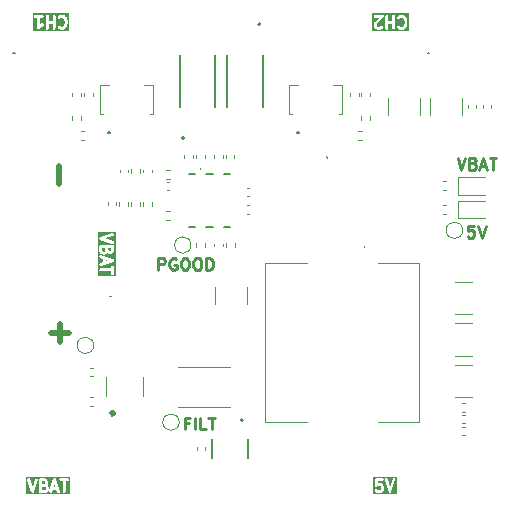
<source format=gbr>
%TF.GenerationSoftware,KiCad,Pcbnew,9.0.2*%
%TF.CreationDate,2025-07-12T02:52:05+01:00*%
%TF.ProjectId,PDB_AURA,5044425f-4155-4524-912e-6b696361645f,rev?*%
%TF.SameCoordinates,Original*%
%TF.FileFunction,Legend,Top*%
%TF.FilePolarity,Positive*%
%FSLAX46Y46*%
G04 Gerber Fmt 4.6, Leading zero omitted, Abs format (unit mm)*
G04 Created by KiCad (PCBNEW 9.0.2) date 2025-07-12 02:52:05*
%MOMM*%
%LPD*%
G01*
G04 APERTURE LIST*
%ADD10C,0.250000*%
%ADD11C,0.500000*%
%ADD12C,0.120000*%
%ADD13C,0.127000*%
%ADD14C,0.200000*%
%ADD15C,0.100000*%
%ADD16C,0.300000*%
G04 APERTURE END LIST*
D10*
X96378758Y-72614619D02*
X95902568Y-72614619D01*
X95902568Y-72614619D02*
X95854949Y-73090809D01*
X95854949Y-73090809D02*
X95902568Y-73043190D01*
X95902568Y-73043190D02*
X95997806Y-72995571D01*
X95997806Y-72995571D02*
X96235901Y-72995571D01*
X96235901Y-72995571D02*
X96331139Y-73043190D01*
X96331139Y-73043190D02*
X96378758Y-73090809D01*
X96378758Y-73090809D02*
X96426377Y-73186047D01*
X96426377Y-73186047D02*
X96426377Y-73424142D01*
X96426377Y-73424142D02*
X96378758Y-73519380D01*
X96378758Y-73519380D02*
X96331139Y-73567000D01*
X96331139Y-73567000D02*
X96235901Y-73614619D01*
X96235901Y-73614619D02*
X95997806Y-73614619D01*
X95997806Y-73614619D02*
X95902568Y-73567000D01*
X95902568Y-73567000D02*
X95854949Y-73519380D01*
X96712092Y-72614619D02*
X97045425Y-73614619D01*
X97045425Y-73614619D02*
X97378758Y-72614619D01*
X69652568Y-76364619D02*
X69652568Y-75364619D01*
X69652568Y-75364619D02*
X70033520Y-75364619D01*
X70033520Y-75364619D02*
X70128758Y-75412238D01*
X70128758Y-75412238D02*
X70176377Y-75459857D01*
X70176377Y-75459857D02*
X70223996Y-75555095D01*
X70223996Y-75555095D02*
X70223996Y-75697952D01*
X70223996Y-75697952D02*
X70176377Y-75793190D01*
X70176377Y-75793190D02*
X70128758Y-75840809D01*
X70128758Y-75840809D02*
X70033520Y-75888428D01*
X70033520Y-75888428D02*
X69652568Y-75888428D01*
X71176377Y-75412238D02*
X71081139Y-75364619D01*
X71081139Y-75364619D02*
X70938282Y-75364619D01*
X70938282Y-75364619D02*
X70795425Y-75412238D01*
X70795425Y-75412238D02*
X70700187Y-75507476D01*
X70700187Y-75507476D02*
X70652568Y-75602714D01*
X70652568Y-75602714D02*
X70604949Y-75793190D01*
X70604949Y-75793190D02*
X70604949Y-75936047D01*
X70604949Y-75936047D02*
X70652568Y-76126523D01*
X70652568Y-76126523D02*
X70700187Y-76221761D01*
X70700187Y-76221761D02*
X70795425Y-76317000D01*
X70795425Y-76317000D02*
X70938282Y-76364619D01*
X70938282Y-76364619D02*
X71033520Y-76364619D01*
X71033520Y-76364619D02*
X71176377Y-76317000D01*
X71176377Y-76317000D02*
X71223996Y-76269380D01*
X71223996Y-76269380D02*
X71223996Y-75936047D01*
X71223996Y-75936047D02*
X71033520Y-75936047D01*
X71843044Y-75364619D02*
X72033520Y-75364619D01*
X72033520Y-75364619D02*
X72128758Y-75412238D01*
X72128758Y-75412238D02*
X72223996Y-75507476D01*
X72223996Y-75507476D02*
X72271615Y-75697952D01*
X72271615Y-75697952D02*
X72271615Y-76031285D01*
X72271615Y-76031285D02*
X72223996Y-76221761D01*
X72223996Y-76221761D02*
X72128758Y-76317000D01*
X72128758Y-76317000D02*
X72033520Y-76364619D01*
X72033520Y-76364619D02*
X71843044Y-76364619D01*
X71843044Y-76364619D02*
X71747806Y-76317000D01*
X71747806Y-76317000D02*
X71652568Y-76221761D01*
X71652568Y-76221761D02*
X71604949Y-76031285D01*
X71604949Y-76031285D02*
X71604949Y-75697952D01*
X71604949Y-75697952D02*
X71652568Y-75507476D01*
X71652568Y-75507476D02*
X71747806Y-75412238D01*
X71747806Y-75412238D02*
X71843044Y-75364619D01*
X72890663Y-75364619D02*
X73081139Y-75364619D01*
X73081139Y-75364619D02*
X73176377Y-75412238D01*
X73176377Y-75412238D02*
X73271615Y-75507476D01*
X73271615Y-75507476D02*
X73319234Y-75697952D01*
X73319234Y-75697952D02*
X73319234Y-76031285D01*
X73319234Y-76031285D02*
X73271615Y-76221761D01*
X73271615Y-76221761D02*
X73176377Y-76317000D01*
X73176377Y-76317000D02*
X73081139Y-76364619D01*
X73081139Y-76364619D02*
X72890663Y-76364619D01*
X72890663Y-76364619D02*
X72795425Y-76317000D01*
X72795425Y-76317000D02*
X72700187Y-76221761D01*
X72700187Y-76221761D02*
X72652568Y-76031285D01*
X72652568Y-76031285D02*
X72652568Y-75697952D01*
X72652568Y-75697952D02*
X72700187Y-75507476D01*
X72700187Y-75507476D02*
X72795425Y-75412238D01*
X72795425Y-75412238D02*
X72890663Y-75364619D01*
X73747806Y-76364619D02*
X73747806Y-75364619D01*
X73747806Y-75364619D02*
X73985901Y-75364619D01*
X73985901Y-75364619D02*
X74128758Y-75412238D01*
X74128758Y-75412238D02*
X74223996Y-75507476D01*
X74223996Y-75507476D02*
X74271615Y-75602714D01*
X74271615Y-75602714D02*
X74319234Y-75793190D01*
X74319234Y-75793190D02*
X74319234Y-75936047D01*
X74319234Y-75936047D02*
X74271615Y-76126523D01*
X74271615Y-76126523D02*
X74223996Y-76221761D01*
X74223996Y-76221761D02*
X74128758Y-76317000D01*
X74128758Y-76317000D02*
X73985901Y-76364619D01*
X73985901Y-76364619D02*
X73747806Y-76364619D01*
D11*
X60555137Y-81717333D02*
X62078947Y-81717333D01*
X61317042Y-82479238D02*
X61317042Y-80955428D01*
D10*
G36*
X62145050Y-56135380D02*
G01*
X59028405Y-56135380D01*
X59028405Y-54860994D01*
X59153405Y-54860994D01*
X59153405Y-54909766D01*
X59172069Y-54954826D01*
X59206557Y-54989314D01*
X59251617Y-55007978D01*
X59276003Y-55010380D01*
X59436717Y-55010380D01*
X59436717Y-55885380D01*
X59436725Y-55885466D01*
X59436717Y-55885510D01*
X59436742Y-55885636D01*
X59439119Y-55909766D01*
X59443854Y-55921198D01*
X59446282Y-55933337D01*
X59453097Y-55943513D01*
X59457783Y-55954826D01*
X59466533Y-55963576D01*
X59473421Y-55973861D01*
X59483612Y-55980655D01*
X59492271Y-55989314D01*
X59503703Y-55994049D01*
X59514002Y-56000915D01*
X59526017Y-56003292D01*
X59537331Y-56007978D01*
X59549705Y-56007978D01*
X59561847Y-56010380D01*
X59573858Y-56007978D01*
X59586103Y-56007978D01*
X59597535Y-56003242D01*
X59609674Y-56000815D01*
X59619850Y-55993999D01*
X59631163Y-55989314D01*
X59639913Y-55980563D01*
X59650198Y-55973676D01*
X59665560Y-55954916D01*
X59665651Y-55954826D01*
X59665667Y-55954785D01*
X59665723Y-55954718D01*
X59754095Y-55822158D01*
X59826236Y-55750017D01*
X59903332Y-55711470D01*
X59924070Y-55698415D01*
X59956026Y-55661570D01*
X59971449Y-55615300D01*
X59967991Y-55566650D01*
X59946180Y-55523027D01*
X59909335Y-55491071D01*
X59863064Y-55475648D01*
X59814415Y-55479105D01*
X59791529Y-55487863D01*
X59696291Y-55535482D01*
X59686717Y-55541508D01*
X59686717Y-55010380D01*
X59847431Y-55010380D01*
X59871817Y-55007978D01*
X59916877Y-54989314D01*
X59951365Y-54954826D01*
X59970029Y-54909766D01*
X59970029Y-54885380D01*
X60151003Y-54885380D01*
X60151003Y-55885380D01*
X60153405Y-55909766D01*
X60172069Y-55954826D01*
X60206557Y-55989314D01*
X60251617Y-56007978D01*
X60300389Y-56007978D01*
X60345449Y-55989314D01*
X60379937Y-55954826D01*
X60398601Y-55909766D01*
X60401003Y-55885380D01*
X60401003Y-55534190D01*
X60722431Y-55534190D01*
X60722431Y-55885380D01*
X60724833Y-55909766D01*
X60743497Y-55954826D01*
X60777985Y-55989314D01*
X60823045Y-56007978D01*
X60871817Y-56007978D01*
X60916877Y-55989314D01*
X60951365Y-55954826D01*
X60970029Y-55909766D01*
X60972431Y-55885380D01*
X60972431Y-54956232D01*
X61153405Y-54956232D01*
X61153405Y-55005006D01*
X61172070Y-55050065D01*
X61206557Y-55084552D01*
X61251616Y-55103217D01*
X61300390Y-55103217D01*
X61345449Y-55084552D01*
X61364391Y-55069007D01*
X61391145Y-55042253D01*
X61486763Y-55010380D01*
X61541433Y-55010380D01*
X61637051Y-55042253D01*
X61697079Y-55102281D01*
X61729490Y-55167104D01*
X61770050Y-55329341D01*
X61770050Y-55441420D01*
X61729490Y-55603656D01*
X61697079Y-55668479D01*
X61637051Y-55728507D01*
X61541434Y-55760380D01*
X61486765Y-55760380D01*
X61391145Y-55728507D01*
X61364391Y-55701754D01*
X61345449Y-55686209D01*
X61300390Y-55667544D01*
X61251616Y-55667544D01*
X61206557Y-55686209D01*
X61172070Y-55720696D01*
X61153405Y-55765755D01*
X61153405Y-55814529D01*
X61172070Y-55859588D01*
X61187615Y-55878530D01*
X61235233Y-55926149D01*
X61254175Y-55941694D01*
X61258326Y-55943413D01*
X61261719Y-55946356D01*
X61284094Y-55956346D01*
X61426950Y-56003965D01*
X61439043Y-56006714D01*
X61442093Y-56007978D01*
X61446514Y-56008413D01*
X61450844Y-56009398D01*
X61454135Y-56009164D01*
X61466479Y-56010380D01*
X61561717Y-56010380D01*
X61574060Y-56009164D01*
X61577351Y-56009398D01*
X61581680Y-56008413D01*
X61586103Y-56007978D01*
X61589154Y-56006714D01*
X61601245Y-56003965D01*
X61744102Y-55956347D01*
X61766477Y-55946356D01*
X61769870Y-55943412D01*
X61774020Y-55941694D01*
X61792962Y-55926149D01*
X61888200Y-55830911D01*
X61896066Y-55821325D01*
X61898561Y-55819162D01*
X61900928Y-55815400D01*
X61903745Y-55811969D01*
X61905007Y-55808921D01*
X61911615Y-55798425D01*
X61959234Y-55703187D01*
X61959917Y-55701401D01*
X61960454Y-55700677D01*
X61964109Y-55690447D01*
X61967992Y-55680301D01*
X61968055Y-55679401D01*
X61968699Y-55677602D01*
X62016318Y-55487126D01*
X62016943Y-55482896D01*
X62017648Y-55481195D01*
X62018552Y-55472015D01*
X62019902Y-55462886D01*
X62019630Y-55461063D01*
X62020050Y-55456809D01*
X62020050Y-55313952D01*
X62019630Y-55309697D01*
X62019902Y-55307875D01*
X62018552Y-55298745D01*
X62017648Y-55289566D01*
X62016943Y-55287864D01*
X62016318Y-55283635D01*
X61968699Y-55093159D01*
X61968055Y-55091359D01*
X61967992Y-55090460D01*
X61964109Y-55080313D01*
X61960454Y-55070084D01*
X61959917Y-55069359D01*
X61959234Y-55067574D01*
X61911615Y-54972336D01*
X61905007Y-54961839D01*
X61903745Y-54958792D01*
X61900928Y-54955360D01*
X61898561Y-54951599D01*
X61896066Y-54949435D01*
X61888200Y-54939850D01*
X61792962Y-54844612D01*
X61774020Y-54829067D01*
X61769872Y-54827348D01*
X61766478Y-54824405D01*
X61744103Y-54814415D01*
X61601246Y-54766795D01*
X61589152Y-54764045D01*
X61586103Y-54762782D01*
X61581681Y-54762346D01*
X61577352Y-54761362D01*
X61574060Y-54761595D01*
X61561717Y-54760380D01*
X61466479Y-54760380D01*
X61454135Y-54761595D01*
X61450844Y-54761362D01*
X61446514Y-54762346D01*
X61442093Y-54762782D01*
X61439043Y-54764045D01*
X61426950Y-54766795D01*
X61284093Y-54814415D01*
X61261718Y-54824405D01*
X61258324Y-54827348D01*
X61254175Y-54829067D01*
X61235233Y-54844612D01*
X61187615Y-54892231D01*
X61172070Y-54911173D01*
X61153405Y-54956232D01*
X60972431Y-54956232D01*
X60972431Y-54885380D01*
X60970029Y-54860994D01*
X60951365Y-54815934D01*
X60916877Y-54781446D01*
X60871817Y-54762782D01*
X60823045Y-54762782D01*
X60777985Y-54781446D01*
X60743497Y-54815934D01*
X60724833Y-54860994D01*
X60722431Y-54885380D01*
X60722431Y-55284190D01*
X60401003Y-55284190D01*
X60401003Y-54885380D01*
X60398601Y-54860994D01*
X60379937Y-54815934D01*
X60345449Y-54781446D01*
X60300389Y-54762782D01*
X60251617Y-54762782D01*
X60206557Y-54781446D01*
X60172069Y-54815934D01*
X60153405Y-54860994D01*
X60151003Y-54885380D01*
X59970029Y-54885380D01*
X59970029Y-54860994D01*
X59951365Y-54815934D01*
X59916877Y-54781446D01*
X59871817Y-54762782D01*
X59847431Y-54760380D01*
X59276003Y-54760380D01*
X59251617Y-54762782D01*
X59206557Y-54781446D01*
X59172069Y-54815934D01*
X59153405Y-54860994D01*
X59028405Y-54860994D01*
X59028405Y-54635380D01*
X62145050Y-54635380D01*
X62145050Y-56135380D01*
G37*
G36*
X65405096Y-75547619D02*
G01*
X65211095Y-75612286D01*
X65211095Y-75482952D01*
X65405096Y-75547619D01*
G37*
G36*
X65199190Y-74670190D02*
G01*
X65167317Y-74765809D01*
X65154907Y-74778220D01*
X65104206Y-74803571D01*
X65020366Y-74803571D01*
X64969664Y-74778220D01*
X64950731Y-74759288D01*
X64925380Y-74708585D01*
X64925380Y-74482143D01*
X65199190Y-74482143D01*
X65199190Y-74670190D01*
G37*
G36*
X65675380Y-74660967D02*
G01*
X65650029Y-74711668D01*
X65631097Y-74730601D01*
X65580396Y-74755952D01*
X65544175Y-74755952D01*
X65493473Y-74730601D01*
X65474540Y-74711669D01*
X65449190Y-74660968D01*
X65449190Y-74482143D01*
X65675380Y-74482143D01*
X65675380Y-74660967D01*
G37*
G36*
X66050380Y-76890455D02*
G01*
X64550380Y-76890455D01*
X64550380Y-76332757D01*
X64677782Y-76332757D01*
X64677782Y-76381529D01*
X64696446Y-76426589D01*
X64730934Y-76461077D01*
X64775994Y-76479741D01*
X64800380Y-76482143D01*
X65675380Y-76482143D01*
X65675380Y-76642857D01*
X65677782Y-76667243D01*
X65696446Y-76712303D01*
X65730934Y-76746791D01*
X65775994Y-76765455D01*
X65824766Y-76765455D01*
X65869826Y-76746791D01*
X65904314Y-76712303D01*
X65922978Y-76667243D01*
X65925380Y-76642857D01*
X65925380Y-76071429D01*
X65922978Y-76047043D01*
X65904314Y-76001983D01*
X65869826Y-75967495D01*
X65824766Y-75948831D01*
X65775994Y-75948831D01*
X65730934Y-75967495D01*
X65696446Y-76001983D01*
X65677782Y-76047043D01*
X65675380Y-76071429D01*
X65675380Y-76232143D01*
X64800380Y-76232143D01*
X64775994Y-76234545D01*
X64730934Y-76253209D01*
X64696446Y-76287697D01*
X64677782Y-76332757D01*
X64550380Y-76332757D01*
X64550380Y-75198652D01*
X64676362Y-75198652D01*
X64679819Y-75247301D01*
X64701631Y-75290926D01*
X64738477Y-75322881D01*
X64760852Y-75332871D01*
X64961095Y-75399618D01*
X64961095Y-75695619D01*
X64760852Y-75762367D01*
X64738477Y-75772357D01*
X64701631Y-75804312D01*
X64679819Y-75847937D01*
X64676362Y-75896586D01*
X64691785Y-75942855D01*
X64723740Y-75979701D01*
X64767365Y-76001513D01*
X64816014Y-76004970D01*
X64839908Y-75999537D01*
X65839908Y-75666205D01*
X65862283Y-75656214D01*
X65869030Y-75650362D01*
X65877019Y-75646368D01*
X65887285Y-75634530D01*
X65899129Y-75624259D01*
X65903124Y-75616267D01*
X65908975Y-75609522D01*
X65913930Y-75594657D01*
X65920941Y-75580635D01*
X65921574Y-75571724D01*
X65924398Y-75563253D01*
X65923287Y-75547619D01*
X65924398Y-75531985D01*
X65921574Y-75523513D01*
X65920941Y-75514603D01*
X65913930Y-75500581D01*
X65908975Y-75485716D01*
X65903124Y-75478970D01*
X65899129Y-75470979D01*
X65887285Y-75460707D01*
X65877019Y-75448870D01*
X65869030Y-75444875D01*
X65862283Y-75439024D01*
X65839908Y-75429033D01*
X64839908Y-75095701D01*
X64816014Y-75090268D01*
X64767365Y-75093725D01*
X64723740Y-75115537D01*
X64691785Y-75152383D01*
X64676362Y-75198652D01*
X64550380Y-75198652D01*
X64550380Y-74357143D01*
X64675380Y-74357143D01*
X64675380Y-74738095D01*
X64677782Y-74762481D01*
X64679501Y-74766632D01*
X64679820Y-74771112D01*
X64688577Y-74793998D01*
X64736197Y-74889236D01*
X64742804Y-74899732D01*
X64744067Y-74902779D01*
X64746884Y-74906211D01*
X64749252Y-74909973D01*
X64751746Y-74912136D01*
X64759612Y-74921721D01*
X64807230Y-74969340D01*
X64816818Y-74977209D01*
X64818980Y-74979701D01*
X64822737Y-74982066D01*
X64826172Y-74984885D01*
X64829222Y-74986148D01*
X64839717Y-74992755D01*
X64934955Y-75040374D01*
X64957841Y-75049132D01*
X64962321Y-75049450D01*
X64966471Y-75051169D01*
X64990857Y-75053571D01*
X65133714Y-75053571D01*
X65158100Y-75051169D01*
X65162248Y-75049450D01*
X65166730Y-75049132D01*
X65189616Y-75040374D01*
X65284853Y-74992756D01*
X65295351Y-74986146D01*
X65298398Y-74984885D01*
X65301829Y-74982069D01*
X65305591Y-74979701D01*
X65307754Y-74977206D01*
X65317340Y-74969340D01*
X65349669Y-74937010D01*
X65349981Y-74937266D01*
X65353031Y-74938529D01*
X65363526Y-74945136D01*
X65458764Y-74992755D01*
X65481650Y-75001513D01*
X65486130Y-75001831D01*
X65490280Y-75003550D01*
X65514666Y-75005952D01*
X65609904Y-75005952D01*
X65634290Y-75003550D01*
X65638438Y-75001831D01*
X65642920Y-75001513D01*
X65665806Y-74992755D01*
X65761043Y-74945137D01*
X65771541Y-74938527D01*
X65774588Y-74937266D01*
X65778019Y-74934450D01*
X65781781Y-74932082D01*
X65783944Y-74929587D01*
X65793530Y-74921721D01*
X65841149Y-74874103D01*
X65849018Y-74864514D01*
X65851510Y-74862353D01*
X65853875Y-74858595D01*
X65856694Y-74855161D01*
X65857957Y-74852110D01*
X65864564Y-74841616D01*
X65912183Y-74746378D01*
X65920941Y-74723492D01*
X65921259Y-74719011D01*
X65922978Y-74714862D01*
X65925380Y-74690476D01*
X65925380Y-74357143D01*
X65922978Y-74332757D01*
X65904314Y-74287697D01*
X65869826Y-74253209D01*
X65824766Y-74234545D01*
X65800380Y-74232143D01*
X64800380Y-74232143D01*
X64775994Y-74234545D01*
X64730934Y-74253209D01*
X64696446Y-74287697D01*
X64677782Y-74332757D01*
X64675380Y-74357143D01*
X64550380Y-74357143D01*
X64550380Y-73674842D01*
X64676362Y-73674842D01*
X64677472Y-73690476D01*
X64676362Y-73706110D01*
X64679185Y-73714581D01*
X64679819Y-73723491D01*
X64686829Y-73737511D01*
X64691785Y-73752379D01*
X64697635Y-73759125D01*
X64701631Y-73767116D01*
X64713471Y-73777384D01*
X64723740Y-73789225D01*
X64731730Y-73793220D01*
X64738477Y-73799071D01*
X64760852Y-73809061D01*
X65760851Y-74142394D01*
X65784745Y-74147827D01*
X65833395Y-74144370D01*
X65877019Y-74122558D01*
X65908975Y-74085712D01*
X65924398Y-74039443D01*
X65920941Y-73990793D01*
X65899129Y-73947169D01*
X65862283Y-73915214D01*
X65839908Y-73905223D01*
X65195664Y-73690476D01*
X65839908Y-73475729D01*
X65862283Y-73465738D01*
X65899129Y-73433783D01*
X65920941Y-73390159D01*
X65924398Y-73341509D01*
X65908975Y-73295240D01*
X65877019Y-73258394D01*
X65833395Y-73236582D01*
X65784745Y-73233125D01*
X65760851Y-73238558D01*
X64760852Y-73571891D01*
X64738477Y-73581881D01*
X64731730Y-73587731D01*
X64723740Y-73591727D01*
X64713471Y-73603567D01*
X64701631Y-73613836D01*
X64697635Y-73621826D01*
X64691785Y-73628573D01*
X64686829Y-73643440D01*
X64679819Y-73657461D01*
X64679185Y-73666370D01*
X64676362Y-73674842D01*
X64550380Y-73674842D01*
X64550380Y-73108125D01*
X66050380Y-73108125D01*
X66050380Y-76890455D01*
G37*
X95009711Y-66864619D02*
X95343044Y-67864619D01*
X95343044Y-67864619D02*
X95676377Y-66864619D01*
X96343044Y-67340809D02*
X96485901Y-67388428D01*
X96485901Y-67388428D02*
X96533520Y-67436047D01*
X96533520Y-67436047D02*
X96581139Y-67531285D01*
X96581139Y-67531285D02*
X96581139Y-67674142D01*
X96581139Y-67674142D02*
X96533520Y-67769380D01*
X96533520Y-67769380D02*
X96485901Y-67817000D01*
X96485901Y-67817000D02*
X96390663Y-67864619D01*
X96390663Y-67864619D02*
X96009711Y-67864619D01*
X96009711Y-67864619D02*
X96009711Y-66864619D01*
X96009711Y-66864619D02*
X96343044Y-66864619D01*
X96343044Y-66864619D02*
X96438282Y-66912238D01*
X96438282Y-66912238D02*
X96485901Y-66959857D01*
X96485901Y-66959857D02*
X96533520Y-67055095D01*
X96533520Y-67055095D02*
X96533520Y-67150333D01*
X96533520Y-67150333D02*
X96485901Y-67245571D01*
X96485901Y-67245571D02*
X96438282Y-67293190D01*
X96438282Y-67293190D02*
X96343044Y-67340809D01*
X96343044Y-67340809D02*
X96009711Y-67340809D01*
X96962092Y-67578904D02*
X97438282Y-67578904D01*
X96866854Y-67864619D02*
X97200187Y-66864619D01*
X97200187Y-66864619D02*
X97533520Y-67864619D01*
X97723997Y-66864619D02*
X98295425Y-66864619D01*
X98009711Y-67864619D02*
X98009711Y-66864619D01*
G36*
X60113241Y-94747681D02*
G01*
X60125651Y-94760092D01*
X60151002Y-94810793D01*
X60151002Y-94894633D01*
X60125650Y-94945336D01*
X60106719Y-94964268D01*
X60056018Y-94989619D01*
X59829574Y-94989619D01*
X59829574Y-94715809D01*
X60017624Y-94715809D01*
X60113241Y-94747681D01*
G37*
G36*
X60059100Y-94264969D02*
G01*
X60078032Y-94283902D01*
X60103383Y-94334603D01*
X60103383Y-94370824D01*
X60078032Y-94421525D01*
X60059100Y-94440458D01*
X60008399Y-94465809D01*
X59829574Y-94465809D01*
X59829574Y-94239619D01*
X60008399Y-94239619D01*
X60059100Y-94264969D01*
G37*
G36*
X60959717Y-94703904D02*
G01*
X60830383Y-94703904D01*
X60895049Y-94509903D01*
X60959717Y-94703904D01*
G37*
G36*
X62237886Y-95364619D02*
G01*
X58455556Y-95364619D01*
X58455556Y-94130253D01*
X58580556Y-94130253D01*
X58585989Y-94154147D01*
X58919321Y-95154147D01*
X58929312Y-95176522D01*
X58935162Y-95183268D01*
X58939158Y-95191259D01*
X58950998Y-95201527D01*
X58961267Y-95213368D01*
X58969258Y-95217363D01*
X58976004Y-95223214D01*
X58990869Y-95228169D01*
X59004891Y-95235180D01*
X59013801Y-95235813D01*
X59022273Y-95238637D01*
X59037906Y-95237526D01*
X59053541Y-95238637D01*
X59062012Y-95235813D01*
X59070922Y-95235180D01*
X59084942Y-95228169D01*
X59099810Y-95223214D01*
X59106555Y-95217363D01*
X59114547Y-95213368D01*
X59124818Y-95201524D01*
X59136656Y-95191258D01*
X59140650Y-95183269D01*
X59146502Y-95176522D01*
X59156492Y-95154147D01*
X59489825Y-94154148D01*
X59495258Y-94130254D01*
X59494147Y-94114619D01*
X59579574Y-94114619D01*
X59579574Y-95114619D01*
X59581976Y-95139005D01*
X59600640Y-95184065D01*
X59635128Y-95218553D01*
X59680188Y-95237217D01*
X59704574Y-95239619D01*
X60085526Y-95239619D01*
X60109912Y-95237217D01*
X60114060Y-95235498D01*
X60118542Y-95235180D01*
X60141428Y-95226422D01*
X60236665Y-95178804D01*
X60247161Y-95172196D01*
X60250211Y-95170933D01*
X60253644Y-95168114D01*
X60257403Y-95165749D01*
X60259565Y-95163255D01*
X60269153Y-95155387D01*
X60316772Y-95107768D01*
X60323978Y-95098985D01*
X60437699Y-95098985D01*
X60441156Y-95147634D01*
X60462968Y-95191259D01*
X60499814Y-95223214D01*
X60546083Y-95238637D01*
X60594732Y-95235180D01*
X60638357Y-95213368D01*
X60670312Y-95176522D01*
X60680302Y-95154147D01*
X60747050Y-94953904D01*
X61043050Y-94953904D01*
X61109797Y-95154147D01*
X61119788Y-95176522D01*
X61151743Y-95213368D01*
X61195367Y-95235180D01*
X61244017Y-95238637D01*
X61290286Y-95223214D01*
X61327132Y-95191258D01*
X61348944Y-95147634D01*
X61352401Y-95098984D01*
X61346968Y-95075090D01*
X61018682Y-94090233D01*
X61296262Y-94090233D01*
X61296262Y-94139005D01*
X61314926Y-94184065D01*
X61349414Y-94218553D01*
X61394474Y-94237217D01*
X61418860Y-94239619D01*
X61579574Y-94239619D01*
X61579574Y-95114619D01*
X61581976Y-95139005D01*
X61600640Y-95184065D01*
X61635128Y-95218553D01*
X61680188Y-95237217D01*
X61728960Y-95237217D01*
X61774020Y-95218553D01*
X61808508Y-95184065D01*
X61827172Y-95139005D01*
X61829574Y-95114619D01*
X61829574Y-94239619D01*
X61990288Y-94239619D01*
X62014674Y-94237217D01*
X62059734Y-94218553D01*
X62094222Y-94184065D01*
X62112886Y-94139005D01*
X62112886Y-94090233D01*
X62094222Y-94045173D01*
X62059734Y-94010685D01*
X62014674Y-93992021D01*
X61990288Y-93989619D01*
X61418860Y-93989619D01*
X61394474Y-93992021D01*
X61349414Y-94010685D01*
X61314926Y-94045173D01*
X61296262Y-94090233D01*
X61018682Y-94090233D01*
X61013635Y-94075091D01*
X61003645Y-94052716D01*
X60997793Y-94045968D01*
X60993799Y-94037980D01*
X60981961Y-94027713D01*
X60971690Y-94015870D01*
X60963698Y-94011874D01*
X60956953Y-94006024D01*
X60942085Y-94001068D01*
X60928065Y-93994058D01*
X60919155Y-93993424D01*
X60910684Y-93990601D01*
X60895049Y-93991711D01*
X60879416Y-93990601D01*
X60870944Y-93993424D01*
X60862034Y-93994058D01*
X60848012Y-94001069D01*
X60833147Y-94006024D01*
X60826401Y-94011874D01*
X60818410Y-94015870D01*
X60808141Y-94027710D01*
X60796301Y-94037979D01*
X60792305Y-94045969D01*
X60786455Y-94052716D01*
X60776464Y-94075091D01*
X60443132Y-95075091D01*
X60437699Y-95098985D01*
X60323978Y-95098985D01*
X60324639Y-95098180D01*
X60327132Y-95096019D01*
X60329498Y-95092259D01*
X60332317Y-95088825D01*
X60333579Y-95085776D01*
X60340186Y-95075282D01*
X60387805Y-94980044D01*
X60396563Y-94957158D01*
X60396881Y-94952677D01*
X60398600Y-94948528D01*
X60401002Y-94924142D01*
X60401002Y-94781285D01*
X60398600Y-94756899D01*
X60396881Y-94752749D01*
X60396563Y-94748269D01*
X60387805Y-94725383D01*
X60340186Y-94630145D01*
X60333579Y-94619650D01*
X60332316Y-94616600D01*
X60329497Y-94613165D01*
X60327132Y-94609408D01*
X60324640Y-94607246D01*
X60316771Y-94597658D01*
X60284441Y-94565329D01*
X60284697Y-94565018D01*
X60285960Y-94561967D01*
X60292567Y-94551473D01*
X60340186Y-94456235D01*
X60348944Y-94433349D01*
X60349262Y-94428868D01*
X60350981Y-94424719D01*
X60353383Y-94400333D01*
X60353383Y-94305095D01*
X60350981Y-94280709D01*
X60349262Y-94276559D01*
X60348944Y-94272079D01*
X60340186Y-94249193D01*
X60292567Y-94153955D01*
X60285960Y-94143460D01*
X60284697Y-94140410D01*
X60281878Y-94136975D01*
X60279513Y-94133218D01*
X60277021Y-94131056D01*
X60269152Y-94121468D01*
X60221533Y-94073850D01*
X60211947Y-94065983D01*
X60209784Y-94063489D01*
X60206022Y-94061120D01*
X60202591Y-94058305D01*
X60199544Y-94057043D01*
X60189046Y-94050434D01*
X60093809Y-94002816D01*
X60070923Y-93994058D01*
X60066441Y-93993739D01*
X60062293Y-93992021D01*
X60037907Y-93989619D01*
X59704574Y-93989619D01*
X59680188Y-93992021D01*
X59635128Y-94010685D01*
X59600640Y-94045173D01*
X59581976Y-94090233D01*
X59579574Y-94114619D01*
X59494147Y-94114619D01*
X59491801Y-94081604D01*
X59469989Y-94037980D01*
X59433143Y-94006024D01*
X59386874Y-93990601D01*
X59338224Y-93994058D01*
X59294600Y-94015870D01*
X59262645Y-94052716D01*
X59252654Y-94075091D01*
X59037906Y-94719334D01*
X58823159Y-94075091D01*
X58813169Y-94052716D01*
X58781214Y-94015870D01*
X58737589Y-93994058D01*
X58688940Y-93990601D01*
X58642671Y-94006024D01*
X58605825Y-94037979D01*
X58584013Y-94081604D01*
X58580556Y-94130253D01*
X58455556Y-94130253D01*
X58455556Y-93864619D01*
X62237886Y-93864619D01*
X62237886Y-95364619D01*
G37*
G36*
X90895050Y-56135380D02*
G01*
X87776003Y-56135380D01*
X87776003Y-55599666D01*
X87901003Y-55599666D01*
X87901003Y-55694904D01*
X87903405Y-55719290D01*
X87905123Y-55723438D01*
X87905442Y-55727920D01*
X87914200Y-55750806D01*
X87961818Y-55846043D01*
X87968427Y-55856541D01*
X87969689Y-55859588D01*
X87972504Y-55863019D01*
X87974873Y-55866781D01*
X87977367Y-55868944D01*
X87985234Y-55878530D01*
X88032852Y-55926149D01*
X88042440Y-55934018D01*
X88044602Y-55936510D01*
X88048359Y-55938875D01*
X88051794Y-55941694D01*
X88054844Y-55942957D01*
X88065339Y-55949564D01*
X88160577Y-55997183D01*
X88183463Y-56005941D01*
X88187943Y-56006259D01*
X88192093Y-56007978D01*
X88216479Y-56010380D01*
X88454574Y-56010380D01*
X88478960Y-56007978D01*
X88483108Y-56006259D01*
X88487590Y-56005941D01*
X88510476Y-55997183D01*
X88605713Y-55949565D01*
X88616211Y-55942955D01*
X88619258Y-55941694D01*
X88622689Y-55938878D01*
X88626451Y-55936510D01*
X88628614Y-55934015D01*
X88638200Y-55926149D01*
X88685819Y-55878531D01*
X88701364Y-55859589D01*
X88720029Y-55814529D01*
X88720029Y-55765756D01*
X88701364Y-55720696D01*
X88666877Y-55686209D01*
X88621817Y-55667544D01*
X88573044Y-55667544D01*
X88527984Y-55686209D01*
X88509042Y-55701754D01*
X88475767Y-55735029D01*
X88425066Y-55760380D01*
X88245988Y-55760380D01*
X88195286Y-55735029D01*
X88176353Y-55716097D01*
X88151003Y-55665396D01*
X88151003Y-55619949D01*
X88182875Y-55524331D01*
X88733438Y-54973768D01*
X88748978Y-54954831D01*
X88748984Y-54954826D01*
X88764074Y-54918395D01*
X88767648Y-54909767D01*
X88767648Y-54885380D01*
X88901003Y-54885380D01*
X88901003Y-55885380D01*
X88903405Y-55909766D01*
X88922069Y-55954826D01*
X88956557Y-55989314D01*
X89001617Y-56007978D01*
X89050389Y-56007978D01*
X89095449Y-55989314D01*
X89129937Y-55954826D01*
X89148601Y-55909766D01*
X89151003Y-55885380D01*
X89151003Y-55534190D01*
X89472431Y-55534190D01*
X89472431Y-55885380D01*
X89474833Y-55909766D01*
X89493497Y-55954826D01*
X89527985Y-55989314D01*
X89573045Y-56007978D01*
X89621817Y-56007978D01*
X89666877Y-55989314D01*
X89701365Y-55954826D01*
X89720029Y-55909766D01*
X89722431Y-55885380D01*
X89722431Y-54956232D01*
X89903405Y-54956232D01*
X89903405Y-55005006D01*
X89922070Y-55050065D01*
X89956557Y-55084552D01*
X90001616Y-55103217D01*
X90050390Y-55103217D01*
X90095449Y-55084552D01*
X90114391Y-55069007D01*
X90141145Y-55042253D01*
X90236763Y-55010380D01*
X90291433Y-55010380D01*
X90387051Y-55042253D01*
X90447079Y-55102281D01*
X90479490Y-55167104D01*
X90520050Y-55329341D01*
X90520050Y-55441420D01*
X90479490Y-55603656D01*
X90447079Y-55668479D01*
X90387051Y-55728507D01*
X90291434Y-55760380D01*
X90236765Y-55760380D01*
X90141145Y-55728507D01*
X90114391Y-55701754D01*
X90095449Y-55686209D01*
X90050390Y-55667544D01*
X90001616Y-55667544D01*
X89956557Y-55686209D01*
X89922070Y-55720696D01*
X89903405Y-55765755D01*
X89903405Y-55814529D01*
X89922070Y-55859588D01*
X89937615Y-55878530D01*
X89985233Y-55926149D01*
X90004175Y-55941694D01*
X90008326Y-55943413D01*
X90011719Y-55946356D01*
X90034094Y-55956346D01*
X90176950Y-56003965D01*
X90189043Y-56006714D01*
X90192093Y-56007978D01*
X90196514Y-56008413D01*
X90200844Y-56009398D01*
X90204135Y-56009164D01*
X90216479Y-56010380D01*
X90311717Y-56010380D01*
X90324060Y-56009164D01*
X90327351Y-56009398D01*
X90331680Y-56008413D01*
X90336103Y-56007978D01*
X90339154Y-56006714D01*
X90351245Y-56003965D01*
X90494102Y-55956347D01*
X90516477Y-55946356D01*
X90519870Y-55943412D01*
X90524020Y-55941694D01*
X90542962Y-55926149D01*
X90638200Y-55830911D01*
X90646066Y-55821325D01*
X90648561Y-55819162D01*
X90650928Y-55815400D01*
X90653745Y-55811969D01*
X90655007Y-55808921D01*
X90661615Y-55798425D01*
X90709234Y-55703187D01*
X90709917Y-55701401D01*
X90710454Y-55700677D01*
X90714109Y-55690447D01*
X90717992Y-55680301D01*
X90718055Y-55679401D01*
X90718699Y-55677602D01*
X90766318Y-55487126D01*
X90766943Y-55482896D01*
X90767648Y-55481195D01*
X90768552Y-55472015D01*
X90769902Y-55462886D01*
X90769630Y-55461063D01*
X90770050Y-55456809D01*
X90770050Y-55313952D01*
X90769630Y-55309697D01*
X90769902Y-55307875D01*
X90768552Y-55298745D01*
X90767648Y-55289566D01*
X90766943Y-55287864D01*
X90766318Y-55283635D01*
X90718699Y-55093159D01*
X90718055Y-55091359D01*
X90717992Y-55090460D01*
X90714109Y-55080313D01*
X90710454Y-55070084D01*
X90709917Y-55069359D01*
X90709234Y-55067574D01*
X90661615Y-54972336D01*
X90655007Y-54961839D01*
X90653745Y-54958792D01*
X90650928Y-54955360D01*
X90648561Y-54951599D01*
X90646066Y-54949435D01*
X90638200Y-54939850D01*
X90542962Y-54844612D01*
X90524020Y-54829067D01*
X90519872Y-54827348D01*
X90516478Y-54824405D01*
X90494103Y-54814415D01*
X90351246Y-54766795D01*
X90339152Y-54764045D01*
X90336103Y-54762782D01*
X90331681Y-54762346D01*
X90327352Y-54761362D01*
X90324060Y-54761595D01*
X90311717Y-54760380D01*
X90216479Y-54760380D01*
X90204135Y-54761595D01*
X90200844Y-54761362D01*
X90196514Y-54762346D01*
X90192093Y-54762782D01*
X90189043Y-54764045D01*
X90176950Y-54766795D01*
X90034093Y-54814415D01*
X90011718Y-54824405D01*
X90008324Y-54827348D01*
X90004175Y-54829067D01*
X89985233Y-54844612D01*
X89937615Y-54892231D01*
X89922070Y-54911173D01*
X89903405Y-54956232D01*
X89722431Y-54956232D01*
X89722431Y-54885380D01*
X89720029Y-54860994D01*
X89701365Y-54815934D01*
X89666877Y-54781446D01*
X89621817Y-54762782D01*
X89573045Y-54762782D01*
X89527985Y-54781446D01*
X89493497Y-54815934D01*
X89474833Y-54860994D01*
X89472431Y-54885380D01*
X89472431Y-55284190D01*
X89151003Y-55284190D01*
X89151003Y-54885380D01*
X89148601Y-54860994D01*
X89129937Y-54815934D01*
X89095449Y-54781446D01*
X89050389Y-54762782D01*
X89001617Y-54762782D01*
X88956557Y-54781446D01*
X88922069Y-54815934D01*
X88903405Y-54860994D01*
X88901003Y-54885380D01*
X88767648Y-54885380D01*
X88767648Y-54860993D01*
X88759916Y-54842329D01*
X88748984Y-54815934D01*
X88714496Y-54781446D01*
X88682634Y-54768248D01*
X88669437Y-54762782D01*
X88669436Y-54762782D01*
X88645050Y-54760380D01*
X88026003Y-54760380D01*
X88001617Y-54762782D01*
X87956557Y-54781446D01*
X87922069Y-54815934D01*
X87903405Y-54860994D01*
X87903405Y-54909766D01*
X87922069Y-54954826D01*
X87956557Y-54989314D01*
X88001617Y-55007978D01*
X88026003Y-55010380D01*
X88343274Y-55010380D01*
X87985234Y-55368421D01*
X87969689Y-55387363D01*
X87967970Y-55391512D01*
X87965027Y-55394906D01*
X87955036Y-55417281D01*
X87907418Y-55560138D01*
X87904668Y-55572228D01*
X87903405Y-55575280D01*
X87902969Y-55579702D01*
X87901985Y-55584032D01*
X87902218Y-55587322D01*
X87901003Y-55599666D01*
X87776003Y-55599666D01*
X87776003Y-54635380D01*
X90895050Y-54635380D01*
X90895050Y-56135380D01*
G37*
G36*
X89877776Y-95364619D02*
G01*
X87855533Y-95364619D01*
X87855533Y-94602875D01*
X87980533Y-94602875D01*
X87982351Y-94608900D01*
X87982351Y-94615196D01*
X87989342Y-94632075D01*
X87994621Y-94649569D01*
X87998608Y-94654442D01*
X88001016Y-94660255D01*
X88013931Y-94673170D01*
X88025506Y-94687317D01*
X88031054Y-94690293D01*
X88035503Y-94694742D01*
X88052381Y-94701733D01*
X88068485Y-94710372D01*
X88074746Y-94710998D01*
X88080562Y-94713407D01*
X88098835Y-94713407D01*
X88117015Y-94715225D01*
X88123041Y-94713407D01*
X88129336Y-94713407D01*
X88146215Y-94706415D01*
X88163709Y-94701137D01*
X88168582Y-94697149D01*
X88174395Y-94694742D01*
X88193337Y-94679197D01*
X88226613Y-94645921D01*
X88277315Y-94620571D01*
X88456393Y-94620571D01*
X88507094Y-94645921D01*
X88526026Y-94664854D01*
X88551377Y-94715555D01*
X88551377Y-94894633D01*
X88526025Y-94945336D01*
X88507094Y-94964268D01*
X88456393Y-94989619D01*
X88277315Y-94989619D01*
X88226613Y-94964268D01*
X88193338Y-94930993D01*
X88174396Y-94915447D01*
X88129337Y-94896782D01*
X88080564Y-94896782D01*
X88035504Y-94915446D01*
X88001016Y-94949933D01*
X87982351Y-94994992D01*
X87982351Y-95043765D01*
X88001015Y-95088825D01*
X88016560Y-95107767D01*
X88064179Y-95155387D01*
X88073767Y-95163256D01*
X88075929Y-95165749D01*
X88079683Y-95168112D01*
X88083120Y-95170933D01*
X88086173Y-95172197D01*
X88096666Y-95178803D01*
X88191904Y-95226422D01*
X88214790Y-95235180D01*
X88219270Y-95235498D01*
X88223420Y-95237217D01*
X88247806Y-95239619D01*
X88485901Y-95239619D01*
X88510287Y-95237217D01*
X88514435Y-95235498D01*
X88518917Y-95235180D01*
X88541803Y-95226422D01*
X88637040Y-95178804D01*
X88647536Y-95172196D01*
X88650586Y-95170933D01*
X88654019Y-95168114D01*
X88657778Y-95165749D01*
X88659940Y-95163255D01*
X88669528Y-95155387D01*
X88717147Y-95107768D01*
X88725014Y-95098180D01*
X88727507Y-95096019D01*
X88729873Y-95092259D01*
X88732692Y-95088825D01*
X88733954Y-95085776D01*
X88740561Y-95075282D01*
X88788180Y-94980044D01*
X88796938Y-94957158D01*
X88797256Y-94952677D01*
X88798975Y-94948528D01*
X88801377Y-94924142D01*
X88801377Y-94686047D01*
X88798975Y-94661661D01*
X88797256Y-94657511D01*
X88796938Y-94653031D01*
X88788180Y-94630145D01*
X88740561Y-94534907D01*
X88733954Y-94524412D01*
X88732691Y-94521362D01*
X88729872Y-94517927D01*
X88727507Y-94514170D01*
X88725015Y-94512008D01*
X88717146Y-94502420D01*
X88669527Y-94454802D01*
X88659941Y-94446935D01*
X88657778Y-94444441D01*
X88654016Y-94442072D01*
X88650585Y-94439257D01*
X88647538Y-94437995D01*
X88637040Y-94431386D01*
X88541803Y-94383768D01*
X88518917Y-94375010D01*
X88514435Y-94374691D01*
X88510287Y-94372973D01*
X88485901Y-94370571D01*
X88252597Y-94370571D01*
X88265692Y-94239619D01*
X88628758Y-94239619D01*
X88653144Y-94237217D01*
X88698204Y-94218553D01*
X88732692Y-94184065D01*
X88751356Y-94139005D01*
X88751356Y-94130253D01*
X88838074Y-94130253D01*
X88843507Y-94154147D01*
X89176839Y-95154147D01*
X89186830Y-95176522D01*
X89192680Y-95183268D01*
X89196676Y-95191259D01*
X89208516Y-95201527D01*
X89218785Y-95213368D01*
X89226776Y-95217363D01*
X89233522Y-95223214D01*
X89248387Y-95228169D01*
X89262409Y-95235180D01*
X89271319Y-95235813D01*
X89279791Y-95238637D01*
X89295424Y-95237526D01*
X89311059Y-95238637D01*
X89319530Y-95235813D01*
X89328440Y-95235180D01*
X89342460Y-95228169D01*
X89357328Y-95223214D01*
X89364073Y-95217363D01*
X89372065Y-95213368D01*
X89382336Y-95201524D01*
X89394174Y-95191258D01*
X89398168Y-95183269D01*
X89404020Y-95176522D01*
X89414010Y-95154147D01*
X89747343Y-94154148D01*
X89752776Y-94130254D01*
X89749319Y-94081604D01*
X89727507Y-94037980D01*
X89690661Y-94006024D01*
X89644392Y-93990601D01*
X89595742Y-93994058D01*
X89552118Y-94015870D01*
X89520163Y-94052716D01*
X89510172Y-94075091D01*
X89295424Y-94719334D01*
X89080677Y-94075091D01*
X89070687Y-94052716D01*
X89038732Y-94015870D01*
X88995107Y-93994058D01*
X88946458Y-93990601D01*
X88900189Y-94006024D01*
X88863343Y-94037979D01*
X88841531Y-94081604D01*
X88838074Y-94130253D01*
X88751356Y-94130253D01*
X88751356Y-94090233D01*
X88732692Y-94045173D01*
X88698204Y-94010685D01*
X88653144Y-93992021D01*
X88628758Y-93989619D01*
X88152568Y-93989619D01*
X88143547Y-93990507D01*
X88140502Y-93990203D01*
X88137527Y-93991100D01*
X88128182Y-93992021D01*
X88111300Y-93999013D01*
X88093808Y-94004291D01*
X88088936Y-94008276D01*
X88083122Y-94010685D01*
X88070201Y-94023605D01*
X88056060Y-94035176D01*
X88053084Y-94040722D01*
X88048634Y-94045173D01*
X88041641Y-94062055D01*
X88033005Y-94078155D01*
X88031158Y-94087362D01*
X88029970Y-94090233D01*
X88029970Y-94093292D01*
X88028188Y-94102181D01*
X87980569Y-94578371D01*
X87980533Y-94602875D01*
X87855533Y-94602875D01*
X87855533Y-93864619D01*
X89877776Y-93864619D01*
X89877776Y-95364619D01*
G37*
D11*
X61282666Y-67555137D02*
X61282666Y-69078947D01*
D10*
X72235901Y-89340809D02*
X71902568Y-89340809D01*
X71902568Y-89864619D02*
X71902568Y-88864619D01*
X71902568Y-88864619D02*
X72378758Y-88864619D01*
X72759711Y-89864619D02*
X72759711Y-88864619D01*
X73712091Y-89864619D02*
X73235901Y-89864619D01*
X73235901Y-89864619D02*
X73235901Y-88864619D01*
X73902568Y-88864619D02*
X74473996Y-88864619D01*
X74188282Y-89864619D02*
X74188282Y-88864619D01*
D12*
%TO.C,R202*%
X71870000Y-66596359D02*
X71870000Y-66903641D01*
X72630000Y-66596359D02*
X72630000Y-66903641D01*
%TO.C,C216*%
X94788748Y-77390000D02*
X96211252Y-77390000D01*
X94788748Y-80110000D02*
X96211252Y-80110000D01*
D13*
%TO.C,U301*%
X75500000Y-58167500D02*
X75500000Y-62567500D01*
X78500000Y-58167500D02*
X78500000Y-62567500D01*
D14*
X78325000Y-55552500D02*
G75*
G02*
X78125000Y-55552500I-100000J0D01*
G01*
X78125000Y-55552500D02*
G75*
G02*
X78325000Y-55552500I100000J0D01*
G01*
D12*
%TO.C,R210*%
X75370000Y-74403641D02*
X75370000Y-74096359D01*
X76130000Y-74403641D02*
X76130000Y-74096359D01*
%TO.C,R201*%
X72870000Y-66903641D02*
X72870000Y-66596359D01*
X73630000Y-66903641D02*
X73630000Y-66596359D01*
%TO.C,R206*%
X68370000Y-70596359D02*
X68370000Y-70903641D01*
X69130000Y-70596359D02*
X69130000Y-70903641D01*
%TO.C,R200*%
X74370000Y-66903641D02*
X74370000Y-66596359D01*
X75130000Y-66903641D02*
X75130000Y-66596359D01*
%TO.C,R203*%
X70653641Y-71370000D02*
X70346359Y-71370000D01*
X70653641Y-72130000D02*
X70346359Y-72130000D01*
%TO.C,TP202*%
X72450000Y-74250000D02*
G75*
G02*
X71050000Y-74250000I-700000J0D01*
G01*
X71050000Y-74250000D02*
G75*
G02*
X72450000Y-74250000I700000J0D01*
G01*
%TO.C,C200*%
X89140000Y-63211252D02*
X89140000Y-61788748D01*
X91860000Y-63211252D02*
X91860000Y-61788748D01*
%TO.C,C207*%
X77142164Y-69390000D02*
X77357836Y-69390000D01*
X77142164Y-70110000D02*
X77357836Y-70110000D01*
%TO.C,C205*%
X94788748Y-84390000D02*
X96211252Y-84390000D01*
X94788748Y-87110000D02*
X96211252Y-87110000D01*
D15*
%TO.C,Q200*%
X87095000Y-74341000D02*
X87095000Y-74341000D01*
X87095000Y-74441000D02*
X87095000Y-74441000D01*
X87095000Y-74341000D02*
G75*
G02*
X87095000Y-74441000I0J-50000D01*
G01*
X87095000Y-74441000D02*
G75*
G02*
X87095000Y-74341000I0J50000D01*
G01*
D12*
%TO.C,R209*%
X72870000Y-74096359D02*
X72870000Y-74403641D01*
X73630000Y-74096359D02*
X73630000Y-74403641D01*
%TO.C,C104*%
X64107836Y-84640000D02*
X63892164Y-84640000D01*
X64107836Y-85360000D02*
X63892164Y-85360000D01*
%TO.C,C210*%
X74390000Y-74142164D02*
X74390000Y-74357836D01*
X75110000Y-74142164D02*
X75110000Y-74357836D01*
%TO.C,D200*%
X95015000Y-70515000D02*
X95015000Y-71985000D01*
X95015000Y-71985000D02*
X97300000Y-71985000D01*
X97300000Y-70515000D02*
X95015000Y-70515000D01*
%TO.C,C218*%
X97140000Y-62607836D02*
X97140000Y-62392164D01*
X97860000Y-62607836D02*
X97860000Y-62392164D01*
%TO.C,C212*%
X66390000Y-67892164D02*
X66390000Y-68107836D01*
X67110000Y-67892164D02*
X67110000Y-68107836D01*
%TO.C,TP101*%
X71450000Y-89250000D02*
G75*
G02*
X70050000Y-89250000I-700000J0D01*
G01*
X70050000Y-89250000D02*
G75*
G02*
X71450000Y-89250000I700000J0D01*
G01*
%TO.C,C211*%
X70607836Y-68890000D02*
X70392164Y-68890000D01*
X70607836Y-69610000D02*
X70392164Y-69610000D01*
%TO.C,R211*%
X93766359Y-70870000D02*
X94073641Y-70870000D01*
X93766359Y-71630000D02*
X94073641Y-71630000D01*
D15*
%TO.C,Q300*%
X64750000Y-60675000D02*
X65500000Y-60675000D01*
X64750000Y-63125000D02*
X64750000Y-60675000D01*
X65000000Y-63125000D02*
X64750000Y-63125000D01*
D14*
X65400000Y-64725000D02*
X65400000Y-64725000D01*
X65600000Y-64725000D02*
X65600000Y-64725000D01*
D15*
X68500000Y-60675000D02*
X69250000Y-60675000D01*
X69250000Y-60675000D02*
X69250000Y-63125000D01*
X69250000Y-63125000D02*
X69000000Y-63125000D01*
D14*
X65400000Y-64725000D02*
G75*
G02*
X65600000Y-64725000I100000J0D01*
G01*
X65600000Y-64725000D02*
G75*
G02*
X65400000Y-64725000I-100000J0D01*
G01*
D12*
%TO.C,R207*%
X66370000Y-70596359D02*
X66370000Y-70903641D01*
X67130000Y-70596359D02*
X67130000Y-70903641D01*
%TO.C,R208*%
X70346359Y-67870000D02*
X70653641Y-67870000D01*
X70346359Y-68630000D02*
X70653641Y-68630000D01*
D14*
%TO.C,U200*%
X72250000Y-68250000D02*
X72800000Y-68250000D01*
X72250000Y-72750000D02*
X72800000Y-72750000D01*
X73700000Y-68250000D02*
X74300000Y-68250000D01*
X73700000Y-72750000D02*
X74300000Y-72750000D01*
X75750000Y-68250000D02*
X75200000Y-68250000D01*
X75750000Y-72750000D02*
X75200000Y-72750000D01*
X73270590Y-67808000D02*
G75*
G02*
X73227410Y-67808000I-21590J0D01*
G01*
X73227410Y-67808000D02*
G75*
G02*
X73270590Y-67808000I21590J0D01*
G01*
D12*
%TO.C,C202*%
X95392164Y-87640000D02*
X95607836Y-87640000D01*
X95392164Y-88360000D02*
X95607836Y-88360000D01*
%TO.C,C209*%
X77142164Y-70890000D02*
X77357836Y-70890000D01*
X77142164Y-71610000D02*
X77357836Y-71610000D01*
D15*
%TO.C,Q201*%
X83924000Y-66761000D02*
X83924000Y-66761000D01*
X83924000Y-66861000D02*
X83924000Y-66861000D01*
X83924000Y-66761000D02*
G75*
G02*
X83924000Y-66861000I0J-50000D01*
G01*
X83924000Y-66861000D02*
G75*
G02*
X83924000Y-66761000I0J50000D01*
G01*
D12*
%TO.C,R205*%
X67370000Y-70903641D02*
X67370000Y-70596359D01*
X68130000Y-70903641D02*
X68130000Y-70596359D01*
%TO.C,TP100*%
X64200000Y-82750000D02*
G75*
G02*
X62800000Y-82750000I-700000J0D01*
G01*
X62800000Y-82750000D02*
G75*
G02*
X64200000Y-82750000I700000J0D01*
G01*
%TO.C,C203*%
X95392164Y-88640000D02*
X95607836Y-88640000D01*
X95392164Y-89360000D02*
X95607836Y-89360000D01*
%TO.C,C101*%
X63912164Y-87140000D02*
X64127836Y-87140000D01*
X63912164Y-87860000D02*
X64127836Y-87860000D01*
%TO.C,R101*%
X93766359Y-68870000D02*
X94073641Y-68870000D01*
X93766359Y-69630000D02*
X94073641Y-69630000D01*
D13*
%TO.C,U302*%
X74215000Y-90700000D02*
X74215000Y-92300000D01*
X77285000Y-90700000D02*
X77285000Y-92300000D01*
D14*
X76825000Y-89085000D02*
G75*
G02*
X76625000Y-89085000I-100000J0D01*
G01*
X76625000Y-89085000D02*
G75*
G02*
X76825000Y-89085000I100000J0D01*
G01*
D12*
%TO.C,R204*%
X67370000Y-67846359D02*
X67370000Y-68153641D01*
X68130000Y-67846359D02*
X68130000Y-68153641D01*
%TO.C,C204*%
X94788748Y-80890000D02*
X96211252Y-80890000D01*
X94788748Y-83610000D02*
X96211252Y-83610000D01*
D15*
%TO.C,Q100*%
X65559000Y-78595000D02*
X65559000Y-78595000D01*
X65659000Y-78595000D02*
X65659000Y-78595000D01*
X65559000Y-78595000D02*
G75*
G02*
X65659000Y-78595000I50000J0D01*
G01*
X65659000Y-78595000D02*
G75*
G02*
X65559000Y-78595000I-50000J0D01*
G01*
D12*
%TO.C,C214*%
X68390000Y-67892164D02*
X68390000Y-68107836D01*
X69110000Y-67892164D02*
X69110000Y-68107836D01*
D14*
%TO.C,D300*%
X57400000Y-58000000D02*
X57400000Y-58000000D01*
X57500000Y-58000000D02*
X57500000Y-58000000D01*
X57500000Y-58000000D02*
X57500000Y-58000000D01*
X57400000Y-58000000D02*
G75*
G02*
X57500000Y-58000000I50000J0D01*
G01*
X57400000Y-58000000D02*
G75*
G02*
X57500000Y-58000000I50000J0D01*
G01*
X57500000Y-58000000D02*
G75*
G02*
X57400000Y-58000000I-50000J0D01*
G01*
D12*
%TO.C,C215*%
X95392164Y-89640000D02*
X95607836Y-89640000D01*
X95392164Y-90360000D02*
X95607836Y-90360000D01*
%TO.C,C213*%
X65390000Y-70857836D02*
X65390000Y-70642164D01*
X66110000Y-70857836D02*
X66110000Y-70642164D01*
%TO.C,D100*%
X95015000Y-68515000D02*
X95015000Y-69985000D01*
X95015000Y-69985000D02*
X97300000Y-69985000D01*
X97300000Y-68515000D02*
X95015000Y-68515000D01*
%TO.C,TP200*%
X95450000Y-73000000D02*
G75*
G02*
X94050000Y-73000000I-700000J0D01*
G01*
X94050000Y-73000000D02*
G75*
G02*
X95450000Y-73000000I700000J0D01*
G01*
%TO.C,C217*%
X95890000Y-62607836D02*
X95890000Y-62392164D01*
X96610000Y-62607836D02*
X96610000Y-62392164D01*
%TO.C,R307*%
X86596359Y-64620000D02*
X86903641Y-64620000D01*
X86596359Y-65380000D02*
X86903641Y-65380000D01*
D15*
%TO.C,Q301*%
X80750000Y-60675000D02*
X81500000Y-60675000D01*
X80750000Y-63125000D02*
X80750000Y-60675000D01*
X81000000Y-63125000D02*
X80750000Y-63125000D01*
D14*
X81400000Y-64725000D02*
X81400000Y-64725000D01*
X81600000Y-64725000D02*
X81600000Y-64725000D01*
D15*
X84500000Y-60675000D02*
X85250000Y-60675000D01*
X85250000Y-60675000D02*
X85250000Y-63125000D01*
X85250000Y-63125000D02*
X85000000Y-63125000D01*
D14*
X81400000Y-64725000D02*
G75*
G02*
X81600000Y-64725000I100000J0D01*
G01*
X81600000Y-64725000D02*
G75*
G02*
X81400000Y-64725000I-100000J0D01*
G01*
D12*
%TO.C,R100*%
X71381936Y-84540000D02*
X75736064Y-84540000D01*
X71381936Y-87960000D02*
X75736064Y-87960000D01*
%TO.C,C300*%
X72920000Y-91392164D02*
X72920000Y-91607836D01*
X73640000Y-91392164D02*
X73640000Y-91607836D01*
%TO.C,R300*%
X62370000Y-63346359D02*
X62370000Y-63653641D01*
X63130000Y-63346359D02*
X63130000Y-63653641D01*
%TO.C,R306*%
X86870000Y-63346359D02*
X86870000Y-63653641D01*
X87630000Y-63346359D02*
X87630000Y-63653641D01*
%TO.C,R305*%
X85870000Y-61653641D02*
X85870000Y-61346359D01*
X86630000Y-61653641D02*
X86630000Y-61346359D01*
D15*
%TO.C,L200*%
X78750000Y-75750000D02*
X78750000Y-89250000D01*
X78750000Y-89250000D02*
X82250000Y-89250000D01*
X82250000Y-75750000D02*
X78750000Y-75750000D01*
X88250000Y-89250000D02*
X91750000Y-89250000D01*
X91750000Y-75750000D02*
X88250000Y-75750000D01*
X91750000Y-89250000D02*
X91750000Y-75750000D01*
D12*
%TO.C,R301*%
X63403641Y-64620000D02*
X63096359Y-64620000D01*
X63403641Y-65380000D02*
X63096359Y-65380000D01*
%TO.C,R302*%
X62380000Y-61653641D02*
X62380000Y-61346359D01*
X63140000Y-61653641D02*
X63140000Y-61346359D01*
%TO.C,C208*%
X75390000Y-66857836D02*
X75390000Y-66642164D01*
X76110000Y-66857836D02*
X76110000Y-66642164D01*
%TO.C,R303*%
X63370000Y-61653641D02*
X63370000Y-61346359D01*
X64130000Y-61653641D02*
X64130000Y-61346359D01*
%TO.C,C102*%
X74449000Y-79211252D02*
X74449000Y-77788748D01*
X77169000Y-79211252D02*
X77169000Y-77788748D01*
D14*
%TO.C,D301*%
X92500000Y-58000000D02*
X92500000Y-58000000D01*
X92500000Y-58000000D02*
X92500000Y-58000000D01*
X92600000Y-58000000D02*
X92600000Y-58000000D01*
X92500000Y-58000000D02*
G75*
G02*
X92600000Y-58000000I50000J0D01*
G01*
X92600000Y-58000000D02*
G75*
G02*
X92500000Y-58000000I-50000J0D01*
G01*
X92600000Y-58000000D02*
G75*
G02*
X92500000Y-58000000I-50000J0D01*
G01*
D12*
%TO.C,U100*%
X65249000Y-86250000D02*
X65249000Y-85450000D01*
X65249000Y-86250000D02*
X65249000Y-87050000D01*
X68369000Y-86250000D02*
X68369000Y-85450000D01*
X68369000Y-86250000D02*
X68369000Y-87050000D01*
D16*
X65959000Y-88500000D02*
G75*
G02*
X65659000Y-88500000I-150000J0D01*
G01*
X65659000Y-88500000D02*
G75*
G02*
X65959000Y-88500000I150000J0D01*
G01*
D12*
%TO.C,R304*%
X86870000Y-61653641D02*
X86870000Y-61346359D01*
X87630000Y-61653641D02*
X87630000Y-61346359D01*
%TO.C,C201*%
X92640000Y-63211252D02*
X92640000Y-61788748D01*
X95360000Y-63211252D02*
X95360000Y-61788748D01*
D13*
%TO.C,U300*%
X71500000Y-62567500D02*
X71500000Y-58167500D01*
X74500000Y-62567500D02*
X74500000Y-58167500D01*
D14*
X71875000Y-65182500D02*
G75*
G02*
X71675000Y-65182500I-100000J0D01*
G01*
X71675000Y-65182500D02*
G75*
G02*
X71875000Y-65182500I100000J0D01*
G01*
%TD*%
M02*

</source>
